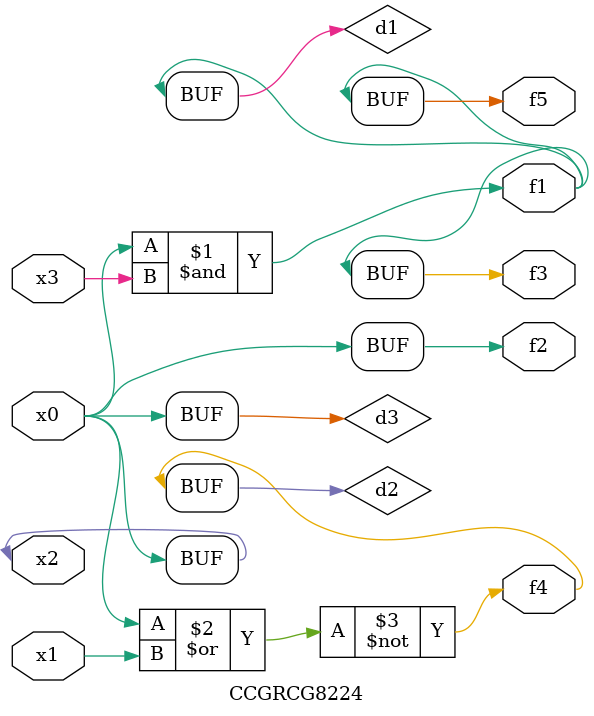
<source format=v>
module CCGRCG8224(
	input x0, x1, x2, x3,
	output f1, f2, f3, f4, f5
);

	wire d1, d2, d3;

	and (d1, x2, x3);
	nor (d2, x0, x1);
	buf (d3, x0, x2);
	assign f1 = d1;
	assign f2 = d3;
	assign f3 = d1;
	assign f4 = d2;
	assign f5 = d1;
endmodule

</source>
